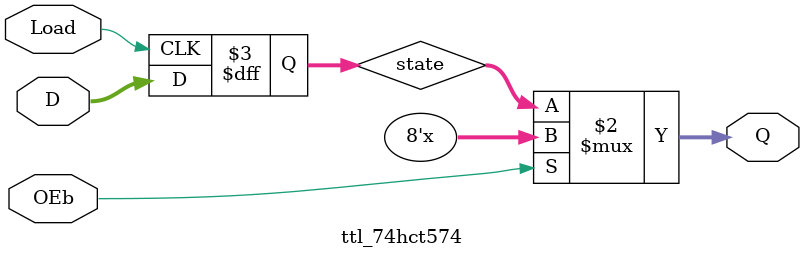
<source format=v>
module ttl_74hct574(
	input [7:0] D,
	output [7:0] Q,
	input Load,
	input OEb
);

reg [7:0] state;

always @(posedge Load) begin
	state <= D;
end

assign #30 Q = OEb ? 8'hzz : state;

endmodule

</source>
